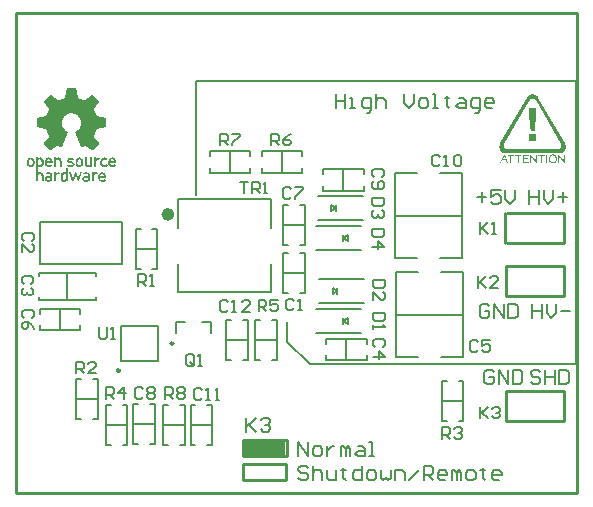
<source format=gto>
G04 Layer_Color=65535*
%FSLAX44Y44*%
%MOMM*%
G71*
G01*
G75*
%ADD26C,0.2540*%
%ADD31C,0.2500*%
%ADD32C,0.6000*%
%ADD33C,0.2000*%
%ADD34C,0.1500*%
%ADD35C,0.1800*%
%ADD36C,0.1600*%
%ADD37R,3.6000X1.2500*%
G36*
X682694Y824016D02*
X683427Y823723D01*
X684013Y823430D01*
X684452Y822844D01*
X684892Y821965D01*
X685038Y820940D01*
Y819475D01*
X680058D01*
Y819329D01*
Y819182D01*
X680351Y818596D01*
X680937Y817864D01*
X681376Y817717D01*
X681962Y817571D01*
X682109D01*
X682548Y817717D01*
X683134Y818010D01*
X683573Y818450D01*
X684745Y817424D01*
X684599Y817278D01*
X684013Y816838D01*
X683134Y816253D01*
X681962Y816106D01*
X681376D01*
X680790Y816399D01*
X680204Y816692D01*
X679618Y817131D01*
X679032Y817864D01*
X678593Y818889D01*
X678446Y820208D01*
Y820354D01*
Y820793D01*
X678593Y821526D01*
X678886Y822258D01*
X679179Y822844D01*
X679765Y823577D01*
X680644Y824016D01*
X681669Y824163D01*
X682255D01*
X682694Y824016D01*
D02*
G37*
G36*
X664824Y816253D02*
X663212D01*
Y816985D01*
X663066Y816838D01*
X662626Y816545D01*
X662040Y816253D01*
X661308Y816106D01*
X660869D01*
X659990Y816399D01*
X659404Y816692D01*
X658964Y817278D01*
X658671Y817864D01*
X658525Y818743D01*
Y824163D01*
X660136D01*
Y819475D01*
Y819182D01*
X660283Y818596D01*
X660869Y818010D01*
X661162Y817864D01*
X661748Y817717D01*
X662040D01*
X662480Y818010D01*
X662919Y818450D01*
X663212Y818889D01*
Y819475D01*
Y824163D01*
X664824D01*
Y816253D01*
D02*
G37*
G36*
X628936Y824016D02*
X629668Y823723D01*
X630254Y823430D01*
X630693Y822844D01*
X631133Y821965D01*
X631279Y820940D01*
Y819475D01*
X626299D01*
Y819329D01*
Y819182D01*
X626592Y818596D01*
X627031Y817864D01*
X627471Y817717D01*
X628057Y817571D01*
X628203D01*
X628789Y817717D01*
X629229Y818010D01*
X629814Y818450D01*
X631133Y817424D01*
X630840Y817278D01*
X630254Y816838D01*
X629375Y816253D01*
X628203Y816106D01*
X627617D01*
X627031Y816399D01*
X626445Y816692D01*
X625859Y817131D01*
X625274Y817864D01*
X624834Y818889D01*
X624688Y820208D01*
Y820354D01*
Y820793D01*
X624834Y821526D01*
X625127Y822258D01*
X625420Y822844D01*
X626006Y823577D01*
X626885Y824016D01*
X627910Y824163D01*
X628496D01*
X628936Y824016D01*
D02*
G37*
G36*
X654863D02*
X655595Y823869D01*
X656328Y823284D01*
X656474Y823137D01*
X656767Y822551D01*
X657060Y821672D01*
X657207Y820208D01*
Y820061D01*
Y819914D01*
X657060Y819036D01*
X656914Y818010D01*
X656328Y817131D01*
X656181Y816985D01*
X655742Y816692D01*
X655009Y816253D01*
X653984Y816106D01*
X653691D01*
X653105Y816253D01*
X652373Y816545D01*
X651494Y817131D01*
X651347Y817278D01*
X651201Y817864D01*
X650908Y818889D01*
X650761Y820208D01*
Y820354D01*
Y820500D01*
X650908Y821379D01*
X651054Y822405D01*
X651494Y823284D01*
X651640Y823430D01*
X652080Y823723D01*
X652959Y824016D01*
X653984Y824163D01*
X654277D01*
X654863Y824016D01*
D02*
G37*
G36*
X621758D02*
X622490Y823869D01*
X623223Y823284D01*
X623369Y823137D01*
X623516Y822551D01*
X623662Y821672D01*
Y820208D01*
Y820061D01*
Y819914D01*
Y819036D01*
X623516Y818010D01*
X623223Y817131D01*
X623076Y816985D01*
X622490Y816692D01*
X621758Y816253D01*
X621026Y816106D01*
X620879D01*
X620440Y816253D01*
X619707Y816545D01*
X618828Y816985D01*
Y810833D01*
X618975Y810979D01*
X619414Y811272D01*
X620000Y811565D01*
X621026Y811712D01*
X621465D01*
X622344Y811419D01*
X622783Y811126D01*
X623223Y810540D01*
X623516Y809954D01*
X623662Y809075D01*
Y803948D01*
X622051D01*
Y808489D01*
Y808635D01*
Y808782D01*
X621904Y809368D01*
X621319Y809954D01*
X621026Y810247D01*
X620147D01*
X619707Y810100D01*
X619121Y809514D01*
X618975Y809075D01*
X618828Y808489D01*
Y803948D01*
X617510D01*
Y824163D01*
X618828D01*
Y823284D01*
X618975Y823430D01*
X619561Y823723D01*
X620147Y824016D01*
X621026Y824163D01*
X621172D01*
X621758Y824016D01*
D02*
G37*
G36*
X637578Y823869D02*
X638018Y823430D01*
X638457Y822991D01*
X638750Y822258D01*
X638896Y821379D01*
Y816253D01*
X637285D01*
Y820940D01*
Y821086D01*
Y821233D01*
X637139Y821819D01*
X636553Y822405D01*
X636260Y822698D01*
X635381D01*
X634941Y822551D01*
X634355Y821965D01*
X634209Y821526D01*
X634062Y820940D01*
Y816253D01*
X632451D01*
Y824163D01*
X634062D01*
Y823284D01*
X634209Y823430D01*
X634648Y823723D01*
X635234Y824016D01*
X636260Y824163D01*
X636699D01*
X637578Y823869D01*
D02*
G37*
G36*
X676249Y824016D02*
X677128Y823577D01*
X678007Y822844D01*
X676835Y821819D01*
X676689Y821965D01*
X676396Y822258D01*
X675956Y822551D01*
X675224Y822698D01*
X674931D01*
X674345Y822405D01*
X673905Y822112D01*
X673613Y821672D01*
X673466Y821086D01*
X673320Y820208D01*
Y820061D01*
Y819768D01*
X673613Y819036D01*
X674199Y818157D01*
X674638Y817864D01*
X675224Y817717D01*
X675370D01*
X675810Y817864D01*
X676249Y818157D01*
X676835Y818596D01*
X678007Y817571D01*
X677860Y817278D01*
X677275Y816838D01*
X676396Y816399D01*
X675224Y816106D01*
X674638D01*
X674052Y816399D01*
X673466Y816692D01*
X672880Y817131D01*
X672294Y817864D01*
X671855Y818889D01*
X671708Y820208D01*
Y820354D01*
Y820793D01*
X671855Y821526D01*
X672148Y822258D01*
X672587Y822844D01*
X673173Y823577D01*
X674052Y824016D01*
X675224Y824163D01*
X675517D01*
X676249Y824016D01*
D02*
G37*
G36*
X647685D02*
X648564Y823723D01*
X649589Y822991D01*
X648711Y821965D01*
X648418Y822112D01*
X647832Y822405D01*
X647099Y822551D01*
X646513Y822698D01*
X646220D01*
X645781Y822551D01*
X645342Y822405D01*
X645049Y821819D01*
Y821672D01*
X645195Y821526D01*
X645488Y821233D01*
X646220Y821086D01*
X647539Y820940D01*
X647978D01*
X648711Y820500D01*
X649589Y819768D01*
X649736Y819329D01*
X649883Y818596D01*
Y818450D01*
Y818157D01*
X649736Y817864D01*
X649443Y817424D01*
X649004Y816838D01*
X648418Y816545D01*
X647685Y816253D01*
X646513Y816106D01*
X646220D01*
X645342Y816253D01*
X644316Y816692D01*
X643144Y817571D01*
X644170Y818596D01*
X644316Y818450D01*
X644902Y818157D01*
X645781Y817717D01*
X646660Y817571D01*
X646953D01*
X647539Y817717D01*
X647978Y818010D01*
X648271Y818303D01*
Y818596D01*
Y818743D01*
X648125Y818889D01*
X647832Y819182D01*
X647246Y819475D01*
X645635D01*
X645488Y819622D01*
X644756Y819914D01*
X644023Y820647D01*
X643877Y821086D01*
X643730Y821819D01*
Y821965D01*
Y822258D01*
X644023Y822991D01*
X644463Y823430D01*
X644902Y823869D01*
X645635Y824016D01*
X646513Y824163D01*
X646806D01*
X647685Y824016D01*
D02*
G37*
G36*
X661308Y811419D02*
X661748Y811126D01*
X662333Y810686D01*
X662626Y810100D01*
X662773Y809221D01*
Y803948D01*
X661308D01*
Y804534D01*
X661162Y804388D01*
X660869Y804094D01*
X660136Y803801D01*
X659257Y803655D01*
X658818D01*
X657939Y803948D01*
X657353Y804241D01*
X656914Y804680D01*
X656621Y805266D01*
X656474Y806145D01*
Y806292D01*
Y806585D01*
X656767Y807317D01*
X657060Y807757D01*
X657646Y808196D01*
X658232Y808343D01*
X659111Y808489D01*
X661308D01*
Y809221D01*
Y809368D01*
X661162Y809807D01*
X660576Y810100D01*
X660283Y810247D01*
X659111D01*
X658525Y810100D01*
X658232Y809807D01*
X657060Y810686D01*
X657207Y810833D01*
X657646Y811272D01*
X658378Y811565D01*
X659697Y811712D01*
X660136D01*
X661308Y811419D01*
D02*
G37*
G36*
X653984Y803948D02*
X652519D01*
X650761Y809368D01*
X649150Y803948D01*
X647832D01*
X645342Y811712D01*
X646953D01*
X648418Y806145D01*
X650322Y811712D01*
X651494D01*
X653252Y806145D01*
X654716Y811712D01*
X656474D01*
X653984Y803948D01*
D02*
G37*
G36*
X674199Y811565D02*
X674931Y811272D01*
X675517Y810979D01*
X675956Y810393D01*
X676396Y809514D01*
X676542Y808489D01*
Y807024D01*
X671562D01*
Y806878D01*
Y806731D01*
X671855Y806145D01*
X672294Y805413D01*
X672734Y805266D01*
X673320Y805120D01*
X673466D01*
X674052Y805266D01*
X674491Y805559D01*
X675077Y805999D01*
X676249Y804973D01*
X676103Y804827D01*
X675517Y804388D01*
X674638Y803801D01*
X673466Y803655D01*
X672880D01*
X672294Y803948D01*
X671708Y804241D01*
X671122Y804680D01*
X670536Y805413D01*
X670097Y806438D01*
X669950Y807757D01*
Y807903D01*
Y808343D01*
X670097Y809075D01*
X670390Y809807D01*
X670683Y810393D01*
X671269Y811126D01*
X672148Y811565D01*
X673173Y811712D01*
X673759D01*
X674199Y811565D01*
D02*
G37*
G36*
X628789D02*
X629521Y811419D01*
X630107Y811126D01*
X630547Y810686D01*
X630986Y810100D01*
X631133Y809221D01*
Y803948D01*
X629521D01*
Y804534D01*
X629375Y804388D01*
X629082Y804094D01*
X628496Y803801D01*
X627617Y803655D01*
X627178D01*
X626152Y803948D01*
X625566Y804241D01*
X625127Y804680D01*
X624834Y805266D01*
X624688Y806145D01*
Y806292D01*
Y806585D01*
X624981Y807317D01*
X625274Y807757D01*
X625859Y808196D01*
X626445Y808343D01*
X627324Y808489D01*
X629521D01*
Y809221D01*
Y809368D01*
X629375Y809807D01*
X628789Y810100D01*
X628496Y810247D01*
X627324D01*
X626738Y810100D01*
X626299Y809807D01*
X625127Y810686D01*
X625274Y810833D01*
X625859Y811272D01*
X626592Y811565D01*
X627764Y811712D01*
X628350D01*
X628789Y811565D01*
D02*
G37*
G36*
X669365Y811419D02*
X669950Y811126D01*
X668632Y809807D01*
Y809954D01*
X668339Y810100D01*
X668046Y810247D01*
X667314D01*
X666874Y810100D01*
X666435Y809514D01*
X666142Y809075D01*
Y808489D01*
Y803948D01*
X664531D01*
Y811712D01*
X666142D01*
Y810833D01*
X666289Y810979D01*
X666728Y811272D01*
X667314Y811565D01*
X668339Y811712D01*
X668779D01*
X669365Y811419D01*
D02*
G37*
G36*
X613848Y824016D02*
X614580Y823869D01*
X615166Y823284D01*
X615313Y823137D01*
X615606Y822551D01*
X615899Y821672D01*
X616045Y820208D01*
Y820061D01*
Y819914D01*
X615899Y819036D01*
X615752Y818010D01*
X615166Y817131D01*
X615020Y816985D01*
X614580Y816692D01*
X613848Y816253D01*
X612823Y816106D01*
X612530D01*
X611944Y816253D01*
X611211Y816545D01*
X610332Y817131D01*
X610186Y817278D01*
X610039Y818010D01*
X609893Y818889D01*
X609747Y820208D01*
Y820354D01*
Y820500D01*
X609893Y821379D01*
X610039Y822258D01*
X610332Y823284D01*
X610479Y823430D01*
X610918Y823723D01*
X611797Y824016D01*
X612823Y824163D01*
X613116D01*
X613848Y824016D01*
D02*
G37*
G36*
X637578Y811419D02*
X638164Y811126D01*
X636992Y809807D01*
X636846Y809954D01*
X636699Y810100D01*
X636260Y810247D01*
X635674D01*
X635234Y810100D01*
X634648Y809514D01*
X634502Y809075D01*
Y808489D01*
Y803948D01*
X632891D01*
Y811712D01*
X634502D01*
Y810833D01*
X634648Y810979D01*
X634941Y811272D01*
X635527Y811565D01*
X636406Y811712D01*
X636992D01*
X637578Y811419D01*
D02*
G37*
G36*
X644463Y803948D02*
X642851D01*
Y804534D01*
X642705Y804388D01*
X642265Y804094D01*
X641680Y803801D01*
X640801Y803655D01*
X640654D01*
X640068Y803801D01*
X639336Y804094D01*
X638750Y804827D01*
X638603Y804973D01*
X638457Y805413D01*
X638310Y805706D01*
Y806292D01*
X638164Y806878D01*
Y807757D01*
Y807903D01*
Y808196D01*
X638310Y809075D01*
X638457Y810100D01*
X638603Y810540D01*
X638750Y810833D01*
X638896Y810979D01*
X639189Y811272D01*
X639922Y811565D01*
X640801Y811712D01*
X640947D01*
X641533Y811565D01*
X642119Y811419D01*
X642851Y810833D01*
Y814934D01*
X644463D01*
Y803948D01*
D02*
G37*
G36*
X671269Y823869D02*
X671855Y823577D01*
X670683Y822112D01*
X670536Y822258D01*
X670390Y822405D01*
X670097Y822551D01*
X669804Y822698D01*
X669511D01*
X669072Y822551D01*
X668486Y821965D01*
X668339Y821526D01*
X668193Y820940D01*
Y816253D01*
X666581D01*
Y824163D01*
X668193D01*
Y823284D01*
X668339Y823430D01*
X668632Y823723D01*
X669365Y824016D01*
X670244Y824163D01*
X670683D01*
X671269Y823869D01*
D02*
G37*
G36*
X1050108Y819558D02*
X1049171D01*
Y826665D01*
X1050108D01*
Y819558D01*
D02*
G37*
G36*
X1048078Y825806D02*
X1045734D01*
Y819558D01*
X1044719D01*
Y825806D01*
X1042376D01*
Y826665D01*
X1048078D01*
Y825806D01*
D02*
G37*
G36*
X1034331D02*
X1030114D01*
Y823619D01*
X1034097D01*
Y822838D01*
X1030114D01*
Y820417D01*
X1034487D01*
Y819558D01*
X1029176D01*
Y826665D01*
X1034331D01*
Y825806D01*
D02*
G37*
G36*
X1038549Y877668D02*
X1039096Y877590D01*
X1039642Y877355D01*
X1040345Y877121D01*
X1040970Y876730D01*
X1041595Y876262D01*
X1041673Y876184D01*
X1041829Y876028D01*
X1041985Y875871D01*
X1042142Y875637D01*
X1042220Y875559D01*
X1042298Y875403D01*
X1042688Y874934D01*
X1065026Y836194D01*
X1065105Y836116D01*
X1065183Y835882D01*
X1065339Y835491D01*
X1065495Y834944D01*
X1065651Y834398D01*
X1065729Y833695D01*
Y832914D01*
X1065651Y832055D01*
Y831976D01*
X1065573Y831820D01*
X1065495Y831586D01*
X1065417Y831273D01*
Y831195D01*
X1065339Y831039D01*
X1065261Y830805D01*
X1065105Y830492D01*
X1065026D01*
X1064948Y830414D01*
X1064792Y830180D01*
X1064558Y829867D01*
X1064245Y829399D01*
X1063777Y829008D01*
X1063230Y828540D01*
X1062605Y828149D01*
X1061824Y827837D01*
X1061746D01*
X1061512Y827759D01*
X1061277Y827681D01*
X1060809D01*
X1060574Y827602D01*
X1015039D01*
X1014649Y827681D01*
X1014102Y827759D01*
X1013477Y827915D01*
X1012774Y828227D01*
X1012149Y828540D01*
X1011446Y829087D01*
X1011368Y829165D01*
X1011290Y829321D01*
X1010900Y829711D01*
X1010822Y829789D01*
X1010743Y829946D01*
X1010431Y830414D01*
Y830492D01*
X1010353Y830571D01*
X1010275Y830805D01*
X1010119Y831195D01*
X1009962Y831664D01*
X1009806Y832289D01*
X1009650Y832914D01*
Y833695D01*
X1009728Y834476D01*
Y834554D01*
X1009806Y834788D01*
X1009884Y835101D01*
X1009962Y835257D01*
Y835335D01*
X1010041Y835491D01*
X1010197Y835725D01*
X1010353Y836038D01*
Y836116D01*
X1010431D01*
X1032769Y874856D01*
Y874934D01*
X1032847Y875012D01*
X1033238Y875481D01*
X1033706Y876106D01*
X1034409Y876730D01*
X1034566Y876809D01*
X1034878Y876965D01*
X1034956D01*
X1035112Y877121D01*
X1035347Y877199D01*
X1035737Y877355D01*
X1036674Y877590D01*
X1037768Y877746D01*
X1038158D01*
X1038549Y877668D01*
D02*
G37*
G36*
X1065026Y819558D02*
X1064089D01*
X1060340Y825181D01*
Y819558D01*
X1059481D01*
Y826665D01*
X1060418D01*
X1064167Y821120D01*
Y826665D01*
X1065026D01*
Y819558D01*
D02*
G37*
G36*
X1041361D02*
X1040423D01*
X1036674Y825181D01*
Y819558D01*
X1035815D01*
Y826665D01*
X1036752D01*
X1040501Y821120D01*
Y826665D01*
X1041361D01*
Y819558D01*
D02*
G37*
G36*
X1028239Y825806D02*
X1025896D01*
Y819558D01*
X1024959D01*
Y825806D01*
X1022615D01*
Y826665D01*
X1028239D01*
Y825806D01*
D02*
G37*
G36*
X1017070Y819558D02*
X1015976D01*
X1015117Y821745D01*
X1012149D01*
X1011368Y819558D01*
X1010431D01*
X1013165Y826665D01*
X1014180D01*
X1017070Y819558D01*
D02*
G37*
G36*
X1022147Y825806D02*
X1019804D01*
Y819558D01*
X1018866D01*
Y825806D01*
X1016523D01*
Y826665D01*
X1022147D01*
Y825806D01*
D02*
G37*
G36*
X651347Y882755D02*
Y882609D01*
X652812Y875138D01*
Y874992D01*
X652959Y874845D01*
X653105Y874699D01*
X658085Y872648D01*
X658525D01*
X664824Y877042D01*
X664970D01*
X665263Y876896D01*
X670683Y871769D01*
Y871623D01*
Y871476D01*
Y871330D01*
Y871183D01*
X666289Y865031D01*
Y864738D01*
Y864592D01*
Y864445D01*
X668632Y859318D01*
Y859172D01*
X668779Y859025D01*
X669072D01*
X676103Y857707D01*
X676396D01*
X676542Y857560D01*
Y857414D01*
Y849943D01*
Y849797D01*
X676396Y849650D01*
X676103D01*
X669218Y848186D01*
X669072D01*
X668925Y848039D01*
X668779Y847893D01*
X666581Y842326D01*
Y842180D01*
Y842033D01*
Y841887D01*
Y841740D01*
X670683Y836028D01*
Y835735D01*
Y835588D01*
X665263Y830315D01*
X665117Y830168D01*
X664970D01*
X664824Y830315D01*
X659111Y834123D01*
X658525D01*
X656181Y832805D01*
X655888D01*
X655742Y832951D01*
X650468Y845549D01*
Y845695D01*
X650615Y846135D01*
X651347Y846428D01*
X651494Y846574D01*
X651640Y846721D01*
X651787Y846867D01*
X652226Y847160D01*
X652812Y847746D01*
X653544Y848478D01*
X654277Y849357D01*
X654863Y850529D01*
X655302Y851848D01*
X655449Y853459D01*
Y853605D01*
Y854045D01*
X655302Y854631D01*
X655156Y855510D01*
X654863Y856388D01*
X654423Y857414D01*
X653838Y858439D01*
X653105Y859318D01*
X652959Y859465D01*
X652666Y859758D01*
X652226Y860051D01*
X651494Y860637D01*
X650615Y861076D01*
X649589Y861369D01*
X648564Y861662D01*
X647246Y861808D01*
X646660D01*
X646074Y861662D01*
X645195Y861515D01*
X644316Y861222D01*
X643291Y860783D01*
X642412Y860197D01*
X641387Y859318D01*
X641240Y859172D01*
X641094Y858879D01*
X640654Y858439D01*
X640215Y857707D01*
X639775Y856828D01*
X639482Y855803D01*
X639189Y854777D01*
X639043Y853459D01*
Y853312D01*
Y852727D01*
X639189Y851994D01*
X639482Y850969D01*
X639922Y849943D01*
X640654Y848772D01*
X641533Y847746D01*
X642851Y846721D01*
Y846574D01*
X642998Y846428D01*
X643144D01*
X643877Y846135D01*
X644023Y845988D01*
Y845549D01*
X638896Y832951D01*
X638750D01*
X638310Y832805D01*
X635820Y834123D01*
X635381D01*
X629668Y830315D01*
X629521Y830168D01*
X629375D01*
X629229Y830315D01*
X623809Y835588D01*
Y835735D01*
Y835881D01*
Y836028D01*
X627910Y841740D01*
Y841887D01*
Y842033D01*
Y842180D01*
Y842326D01*
X625566Y847893D01*
Y848039D01*
X625274Y848186D01*
X618389Y849650D01*
X618242D01*
X618096Y849797D01*
X617949Y849943D01*
Y857414D01*
Y857560D01*
X618096Y857707D01*
X618389D01*
X625420Y859025D01*
X625566D01*
X626006Y859318D01*
X628057Y864445D01*
Y864592D01*
Y864738D01*
Y864884D01*
Y865031D01*
X623809Y871183D01*
Y871330D01*
Y871476D01*
Y871623D01*
Y871769D01*
X629229Y876896D01*
X629375Y877042D01*
X629668D01*
X635820Y872648D01*
X636406D01*
X641387Y874699D01*
X641533D01*
X641680Y874845D01*
Y875138D01*
X643144Y882609D01*
Y882755D01*
X643291Y882902D01*
X651201D01*
X651347Y882755D01*
D02*
G37*
G36*
X1055498Y826743D02*
X1056044Y826665D01*
X1056669Y826353D01*
X1056825Y826275D01*
X1057138Y826040D01*
X1057528Y825572D01*
X1057841Y825025D01*
X1057919Y824869D01*
X1058075Y824478D01*
X1058153Y823853D01*
X1058231Y823072D01*
Y822994D01*
Y822916D01*
X1058153Y822448D01*
X1058075Y821823D01*
X1057841Y821198D01*
X1057763Y821042D01*
X1057528Y820729D01*
X1057138Y820261D01*
X1056591Y819870D01*
X1056435Y819792D01*
X1056123Y819714D01*
X1055576Y819558D01*
X1054873Y819480D01*
X1054717D01*
X1054248Y819558D01*
X1053701Y819714D01*
X1053076Y819948D01*
X1052920Y820026D01*
X1052608Y820261D01*
X1052217Y820729D01*
X1051905Y821276D01*
X1051827Y821432D01*
X1051671Y821823D01*
X1051514Y822369D01*
X1051436Y823072D01*
Y823150D01*
Y823385D01*
X1051514Y823697D01*
X1051592Y824088D01*
X1051905Y824947D01*
X1052139Y825415D01*
X1052451Y825806D01*
X1052530Y825884D01*
X1052608Y825962D01*
X1052842Y826118D01*
X1053076Y826353D01*
X1053857Y826665D01*
X1054326Y826743D01*
X1054873Y826821D01*
X1055029D01*
X1055498Y826743D01*
D02*
G37*
%LPC*%
G36*
X682109Y822698D02*
X681376D01*
X680937Y822551D01*
X680351Y821965D01*
X680204Y821526D01*
X680058Y820940D01*
X683427D01*
Y821086D01*
Y821233D01*
X683134Y821819D01*
X682548Y822405D01*
X682109Y822698D01*
D02*
G37*
G36*
X628350D02*
X627617D01*
X627178Y822551D01*
X626592Y821965D01*
X626445Y821526D01*
X626299Y820940D01*
X629668D01*
Y821086D01*
Y821233D01*
X629375Y821819D01*
X628789Y822405D01*
X628350Y822698D01*
D02*
G37*
G36*
X653984D02*
X653838D01*
X653544Y822551D01*
X653105Y822405D01*
X652812Y821965D01*
X652666Y821672D01*
X652519Y821086D01*
X652373Y820208D01*
Y819914D01*
Y819475D01*
X652519Y818743D01*
X652812Y818303D01*
Y818157D01*
X652959Y818010D01*
X653398Y817864D01*
X653984Y817717D01*
X654130D01*
X654423Y817864D01*
X654863Y818010D01*
X655156Y818303D01*
X655302Y818450D01*
X655449Y818743D01*
X655595Y819329D01*
Y820208D01*
Y820500D01*
Y820940D01*
X655449Y821526D01*
X655156Y821965D01*
Y822112D01*
X654863Y822405D01*
X654570Y822551D01*
X653984Y822698D01*
D02*
G37*
G36*
X620440D02*
X620147D01*
X619707Y822405D01*
X619414Y822112D01*
X619121Y821672D01*
X618975Y821086D01*
X618828Y820208D01*
Y820061D01*
Y819768D01*
X618975Y819036D01*
X619561Y818157D01*
X619854Y817864D01*
X620440Y817717D01*
X620733D01*
X621319Y818010D01*
X621612Y818303D01*
X621758Y818743D01*
X622051Y819329D01*
Y820208D01*
Y820354D01*
Y820647D01*
X621904Y821526D01*
X621319Y822258D01*
X621026Y822551D01*
X620440Y822698D01*
D02*
G37*
G36*
X661308Y807024D02*
X659257D01*
X658818Y806878D01*
X658232Y806731D01*
X658085Y806145D01*
Y805999D01*
X658232Y805706D01*
X658671Y805266D01*
X659404Y805120D01*
X659697D01*
X660429Y805266D01*
X661015Y805706D01*
X661162Y806145D01*
X661308Y806585D01*
Y807024D01*
D02*
G37*
G36*
X673613Y810247D02*
X672880D01*
X672441Y810100D01*
X671855Y809514D01*
X671708Y809075D01*
X671562Y808489D01*
X674931D01*
Y808635D01*
Y808782D01*
X674638Y809368D01*
X674052Y809954D01*
X673613Y810247D01*
D02*
G37*
G36*
X629521Y807024D02*
X627471D01*
X627031Y806878D01*
X626445Y806731D01*
X626299Y806145D01*
Y805999D01*
X626445Y805706D01*
X626885Y805266D01*
X627764Y805120D01*
X628057D01*
X628643Y805266D01*
X629229Y805706D01*
X629521Y806145D01*
Y806585D01*
Y807024D01*
D02*
G37*
G36*
X612823Y822698D02*
X612676D01*
X612383Y822551D01*
X611944Y822405D01*
X611651Y821965D01*
X611504Y821819D01*
X611358Y821526D01*
X611211Y820940D01*
X611065Y820208D01*
Y820061D01*
X611211Y819475D01*
X611358Y818889D01*
X611651Y818303D01*
Y818157D01*
X611797Y818010D01*
X612237Y817864D01*
X612823Y817717D01*
X612969D01*
X613409Y817864D01*
X613848Y818010D01*
X614141Y818303D01*
Y818450D01*
X614287Y818743D01*
X614434Y819329D01*
Y820208D01*
Y820500D01*
Y820940D01*
X614287Y821526D01*
X614141Y821965D01*
X613994Y822112D01*
X613848Y822405D01*
X613409Y822551D01*
X612823Y822698D01*
D02*
G37*
G36*
X641387Y810247D02*
X641094D01*
X640654Y809954D01*
X640361Y809661D01*
X640068Y809221D01*
X639922Y808635D01*
X639775Y807757D01*
Y807610D01*
Y807317D01*
X639922Y806585D01*
X640508Y805706D01*
X640801Y805413D01*
X641387Y805266D01*
X641680D01*
X642119Y805559D01*
X642412Y805852D01*
X642558Y806292D01*
X642851Y806878D01*
Y807757D01*
Y807903D01*
Y808196D01*
X642705Y809075D01*
X642265Y809807D01*
X641826Y810100D01*
X641387Y810247D01*
D02*
G37*
G36*
X1037768Y873997D02*
X1037612D01*
X1037221Y873919D01*
X1036752Y873841D01*
X1036206Y873528D01*
X1036128Y873450D01*
X1036049D01*
X1035971Y873372D01*
X1035893Y873294D01*
X1035659Y873138D01*
X1035347Y872747D01*
X1035034Y872357D01*
X1013790Y835569D01*
Y835491D01*
X1013711Y835413D01*
X1013555Y835101D01*
Y835023D01*
X1013477Y834710D01*
Y834632D01*
Y834476D01*
X1013399Y834320D01*
Y834007D01*
X1013477Y833304D01*
X1013790Y832523D01*
X1013868Y832445D01*
X1014102Y832133D01*
X1014180Y832055D01*
X1014414Y831820D01*
X1014492D01*
X1014571Y831664D01*
X1015039Y831430D01*
X1015664Y831117D01*
X1016055Y831039D01*
X1016523Y830961D01*
X1059012D01*
Y831039D01*
X1059559D01*
X1059715Y831117D01*
X1059950D01*
X1060106Y831195D01*
X1060574Y831430D01*
X1061121Y831820D01*
X1061668Y832523D01*
X1061746Y832679D01*
X1061902Y832992D01*
X1061980Y833460D01*
X1062058Y834085D01*
Y834163D01*
Y834320D01*
Y834398D01*
Y834476D01*
X1061980Y834788D01*
X1061902Y835179D01*
X1061668Y835647D01*
X1040423Y872435D01*
X1040345D01*
X1040267Y872513D01*
X1040111Y872825D01*
Y872903D01*
X1040033Y872981D01*
X1039799Y873138D01*
X1039642Y873294D01*
X1039252Y873528D01*
X1038549Y873763D01*
X1037768Y873919D01*
Y873997D01*
D02*
G37*
%LPD*%
G36*
X1040736Y866343D02*
Y866108D01*
Y865796D01*
Y865327D01*
Y864781D01*
Y864156D01*
Y862828D01*
Y862750D01*
Y862515D01*
Y862203D01*
Y861734D01*
Y861188D01*
Y860563D01*
Y859235D01*
Y859157D01*
X1040658Y858923D01*
Y858766D01*
X1040580Y858454D01*
Y858063D01*
X1040501Y857595D01*
Y857517D01*
Y857282D01*
X1040423Y856814D01*
X1040345Y856111D01*
X1040267Y855642D01*
X1040189Y855095D01*
X1040111Y854471D01*
X1040033Y853690D01*
X1039955Y852908D01*
X1039799Y851971D01*
X1039720Y850956D01*
X1039564Y849784D01*
Y849706D01*
Y849472D01*
Y849238D01*
X1039486Y848925D01*
Y848456D01*
X1039408Y847988D01*
Y847910D01*
Y847754D01*
X1039330Y847285D01*
X1039174Y846738D01*
X1039096Y846504D01*
X1039017Y846426D01*
X1038002D01*
X1037143Y846348D01*
X1036284D01*
Y846504D01*
X1036206Y846738D01*
Y847129D01*
X1036128Y847754D01*
X1036049Y848144D01*
X1035971Y848613D01*
X1035893Y849159D01*
X1035815Y849862D01*
X1035737Y850565D01*
X1035659Y851424D01*
Y851503D01*
Y851659D01*
X1035581Y851893D01*
Y852206D01*
X1035503Y852987D01*
X1035347Y853846D01*
X1035268Y854783D01*
X1035190Y855564D01*
X1035112Y855876D01*
Y856189D01*
X1035034Y856345D01*
Y856423D01*
Y856501D01*
Y856579D01*
X1034956Y856970D01*
Y857361D01*
X1034878Y857751D01*
Y857829D01*
Y858063D01*
Y858454D01*
X1034800Y859001D01*
Y859079D01*
Y859313D01*
Y859704D01*
Y860172D01*
Y860719D01*
Y861344D01*
X1034722Y862750D01*
Y862828D01*
Y863062D01*
Y863453D01*
Y863921D01*
Y864468D01*
Y865093D01*
Y866421D01*
X1040736D01*
Y866343D01*
D02*
G37*
G36*
X1040345Y843926D02*
Y843770D01*
Y843458D01*
Y843145D01*
Y842208D01*
Y841193D01*
Y841115D01*
Y840958D01*
Y840724D01*
Y840334D01*
Y839553D01*
Y838537D01*
X1034722D01*
Y838615D01*
Y838772D01*
Y839006D01*
Y839396D01*
Y840256D01*
Y841193D01*
Y841271D01*
Y841427D01*
Y841740D01*
Y842052D01*
Y842989D01*
Y844005D01*
X1040345D01*
Y843926D01*
D02*
G37*
%LPC*%
G36*
X1013633Y825884D02*
Y825806D01*
X1013555Y825494D01*
X1013399Y825025D01*
X1013243Y824556D01*
X1012462Y822526D01*
X1014883D01*
X1014102Y824478D01*
X1014024Y824634D01*
X1013946Y824947D01*
X1013790Y825415D01*
X1013633Y825884D01*
D02*
G37*
G36*
X1054873Y825962D02*
X1054717D01*
X1054248Y825884D01*
X1053701Y825728D01*
X1053155Y825337D01*
X1053076Y825181D01*
X1052842Y824791D01*
X1052686Y824478D01*
X1052530Y824088D01*
X1052451Y823541D01*
Y822994D01*
Y822916D01*
Y822760D01*
X1052530Y822291D01*
X1052764Y821588D01*
X1053155Y820964D01*
X1053311Y820885D01*
X1053623Y820651D01*
X1054170Y820339D01*
X1054873Y820261D01*
X1055029D01*
X1055498Y820339D01*
X1056044Y820573D01*
X1056591Y820964D01*
X1056669Y821120D01*
X1056982Y821510D01*
X1057216Y822213D01*
X1057294Y823072D01*
Y823150D01*
Y823229D01*
Y823619D01*
X1057138Y824088D01*
X1056982Y824634D01*
X1056904Y824713D01*
X1056825Y825025D01*
X1056513Y825337D01*
X1056123Y825650D01*
X1056044Y825728D01*
X1055732Y825806D01*
X1055341Y825884D01*
X1054873Y825962D01*
D02*
G37*
%LPD*%
D26*
X1064180Y752050D02*
Y777450D01*
X1014650Y752050D02*
Y777450D01*
X1015920Y752050D02*
X1064180D01*
X1015920Y777450D02*
X1064180D01*
X1064580Y601010D02*
Y626410D01*
X1015050Y601010D02*
Y626410D01*
X1016320Y601010D02*
X1064580D01*
X1016320Y626410D02*
X1064580D01*
X1064430Y707300D02*
Y732700D01*
X1014900Y707300D02*
Y732700D01*
X1016170Y707300D02*
X1064430D01*
X1016170Y732700D02*
X1064430D01*
X792360Y571010D02*
Y584760D01*
Y571010D02*
X829110D01*
X792360Y584760D02*
X829360D01*
Y571010D02*
Y584760D01*
X829110Y571010D02*
X829360D01*
X828860Y550760D02*
X829110D01*
Y564510D01*
X792110D02*
X829110D01*
X792110Y550760D02*
X828860D01*
X792110D02*
Y564510D01*
X600000Y539750D02*
X1075690D01*
Y946150D01*
X600000D02*
X1075690D01*
X600000Y539750D02*
Y946150D01*
D31*
X733570Y666680D02*
G03*
X733570Y666680I-1250J0D01*
G01*
X688320Y643890D02*
G03*
X688320Y643890I-1250J0D01*
G01*
D32*
X731520Y775970D02*
G03*
X731520Y775970I-2540J0D01*
G01*
D33*
X757820Y685180D02*
X765570D01*
Y675180D02*
Y685180D01*
X735570D02*
X743320D01*
X735570Y675180D02*
Y685180D01*
X854710Y675640D02*
X892810D01*
X854710Y695960D02*
X892810D01*
X877570Y685800D02*
X881380Y683260D01*
Y688340D01*
X877570Y685800D02*
X881380Y688340D01*
X877570Y683260D02*
Y688340D01*
X689500Y651750D02*
Y681750D01*
Y651750D02*
X720500D01*
Y681750D01*
X689500D02*
X720500D01*
X620570Y734090D02*
Y769590D01*
X690070D01*
X620570Y734090D02*
X690070D01*
Y769590D01*
X959960Y726880D02*
X978960D01*
Y654880D02*
Y726880D01*
X959960Y654880D02*
X978960D01*
X921960D02*
X940960D01*
X921960D02*
Y726880D01*
X940960D01*
X921960Y690880D02*
X978960D01*
X854710Y745490D02*
X892810D01*
X854710Y765810D02*
X892810D01*
X877570Y755650D02*
X881380Y753110D01*
Y758190D01*
X877570Y755650D02*
X881380Y758190D01*
X877570Y753110D02*
Y758190D01*
X855980Y791210D02*
X894080D01*
X855980Y770890D02*
X894080D01*
X867410Y783590D02*
X871220Y781050D01*
X867410Y778510D02*
Y783590D01*
Y778510D02*
X871220Y781050D01*
Y778510D02*
Y783590D01*
X857250Y721360D02*
X895350D01*
X857250Y701040D02*
X895350D01*
X868680Y713740D02*
X872490Y711200D01*
X868680Y708660D02*
Y713740D01*
Y708660D02*
X872490Y711200D01*
Y708660D02*
Y713740D01*
X920960Y738700D02*
X939960D01*
X920960D02*
Y810700D01*
X939960D01*
X958960D02*
X977960D01*
Y738700D02*
Y810700D01*
X958960Y738700D02*
X977960D01*
X920960Y774700D02*
X977960D01*
D34*
X701750Y746750D02*
X719750D01*
X715750Y763750D02*
X719750D01*
Y729750D02*
Y763750D01*
X715750Y729750D02*
X719750D01*
X701750Y763750D02*
X705750D01*
X701750Y729750D02*
Y763750D01*
Y729750D02*
X705750D01*
X816610Y709930D02*
Y734060D01*
X737870Y709930D02*
X816610D01*
X737870D02*
Y734060D01*
Y764540D02*
Y788670D01*
X816610Y764540D02*
Y788670D01*
X737870D02*
X816610D01*
X620140Y703760D02*
Y706260D01*
Y703760D02*
X667640D01*
Y706260D01*
Y723760D02*
Y726260D01*
X620140D02*
X667640D01*
X620140Y723760D02*
Y726260D01*
X643890Y703760D02*
Y726260D01*
X826660Y726440D02*
X844660D01*
X840660Y709440D02*
X844660D01*
Y743440D01*
X840660D02*
X844660D01*
X826660D02*
X830660D01*
X826660Y709440D02*
Y743440D01*
Y709440D02*
X830660D01*
X725060Y598030D02*
X743060D01*
X739060Y615030D02*
X743060D01*
Y581030D02*
Y615030D01*
X739060Y581030D02*
X743060D01*
X725060Y615030D02*
X729060D01*
X725060Y581030D02*
Y615030D01*
Y581030D02*
X729060D01*
X781190Y811420D02*
Y829420D01*
X798190Y811420D02*
Y815420D01*
X764190Y811420D02*
X798190D01*
X764190D02*
Y815420D01*
X798190Y825420D02*
Y829420D01*
X764190D02*
X798190D01*
X764190Y825420D02*
Y829420D01*
X825500Y811420D02*
Y829420D01*
X842500Y811420D02*
Y815420D01*
X808500Y811420D02*
X842500D01*
X808500D02*
Y815420D01*
X842500Y825420D02*
Y829420D01*
X808500D02*
X842500D01*
X808500Y825420D02*
Y829420D01*
X803000Y669750D02*
X821000D01*
X817000Y686750D02*
X821000D01*
Y652750D02*
Y686750D01*
X817000Y652750D02*
X821000D01*
X803000Y686750D02*
X807000D01*
X803000Y652750D02*
Y686750D01*
Y652750D02*
X807000D01*
X676500Y598000D02*
X694500D01*
X676500Y581000D02*
X680500D01*
X676500D02*
Y615000D01*
X680500D01*
X690500Y581000D02*
X694500D01*
Y615000D01*
X690500D02*
X694500D01*
X961000Y617750D02*
X979000D01*
X975000Y634750D02*
X979000D01*
Y600750D02*
Y634750D01*
X975000Y600750D02*
X979000D01*
X961000Y634750D02*
X965000D01*
X961000Y600750D02*
Y634750D01*
Y600750D02*
X965000D01*
X651400Y619760D02*
X669400D01*
X651400Y602760D02*
X655400D01*
X651400D02*
Y636760D01*
X655400D01*
X665400Y602760D02*
X669400D01*
Y636760D01*
X665400D02*
X669400D01*
X778400Y669670D02*
X796400D01*
X778400Y686670D02*
X782400D01*
X778400Y652670D02*
Y686670D01*
Y652670D02*
X782400D01*
X792400D02*
X796400D01*
Y686670D01*
X792400D02*
X796400D01*
X748250Y598000D02*
X766250D01*
X748250Y615000D02*
X752250D01*
X748250Y581000D02*
Y615000D01*
Y581000D02*
X752250D01*
X762250D02*
X766250D01*
Y615000D01*
X762250D02*
X766250D01*
X877570Y796180D02*
Y814180D01*
X894570Y810180D02*
Y814180D01*
X860570D02*
X894570D01*
X860570Y810180D02*
Y814180D01*
Y796180D02*
Y800180D01*
Y796180D02*
X894570D01*
Y800180D01*
X699660Y598170D02*
X717660D01*
X699660Y615170D02*
X703660D01*
X699660Y581170D02*
Y615170D01*
Y581170D02*
X703660D01*
X713660D02*
X717660D01*
Y615170D01*
X713660D02*
X717660D01*
X826660Y767080D02*
X844660D01*
X826660Y784080D02*
X830660D01*
X826660Y750080D02*
Y784080D01*
Y750080D02*
X830660D01*
X840660D02*
X844660D01*
Y784080D01*
X840660D02*
X844660D01*
X637540Y678070D02*
Y696070D01*
X620540Y678070D02*
Y682070D01*
Y678070D02*
X654540D01*
Y682070D01*
Y692070D02*
Y696070D01*
X620540D02*
X654540D01*
X620540Y692070D02*
Y696070D01*
X880110Y652670D02*
Y670670D01*
X897110Y666670D02*
Y670670D01*
X863110D02*
X897110D01*
X863110Y666670D02*
Y670670D01*
Y652670D02*
Y656670D01*
Y652670D02*
X897110D01*
Y656670D01*
D35*
X752750Y792500D02*
Y889000D01*
X830000Y668000D02*
X849030Y648970D01*
X830000Y668000D02*
Y684500D01*
X752750Y889000D02*
X1074420D01*
Y648970D02*
Y889000D01*
X849030Y648970D02*
X1074420D01*
X990600Y790858D02*
X998597D01*
X994599Y794857D02*
Y786859D01*
X1010593Y796856D02*
X1002596D01*
Y790858D01*
X1006595Y792857D01*
X1008594D01*
X1010593Y790858D01*
Y786859D01*
X1008594Y784860D01*
X1004595D01*
X1002596Y786859D01*
X1014592Y796856D02*
Y788859D01*
X1018591Y784860D01*
X1022590Y788859D01*
Y796856D01*
X1035050D02*
Y784860D01*
Y790858D01*
X1043047D01*
Y796856D01*
Y784860D01*
X1047046Y796856D02*
Y788859D01*
X1051045Y784860D01*
X1055043Y788859D01*
Y796856D01*
X1059042Y790858D02*
X1067040D01*
X1063041Y794857D02*
Y786859D01*
X1037590Y700336D02*
Y688340D01*
Y694338D01*
X1045587D01*
Y700336D01*
Y688340D01*
X1049586Y700336D02*
Y692339D01*
X1053585Y688340D01*
X1057583Y692339D01*
Y700336D01*
X1061582Y694338D02*
X1069580D01*
X1001137Y698337D02*
X999138Y700336D01*
X995139D01*
X993140Y698337D01*
Y690339D01*
X995139Y688340D01*
X999138D01*
X1001137Y690339D01*
Y694338D01*
X997139D01*
X1005136Y688340D02*
Y700336D01*
X1013133Y688340D01*
Y700336D01*
X1017132D02*
Y688340D01*
X1023130D01*
X1025130Y690339D01*
Y698337D01*
X1023130Y700336D01*
X1017132D01*
X1004947Y642457D02*
X1002948Y644456D01*
X998949D01*
X996950Y642457D01*
Y634459D01*
X998949Y632460D01*
X1002948D01*
X1004947Y634459D01*
Y638458D01*
X1000949D01*
X1008946Y632460D02*
Y644456D01*
X1016944Y632460D01*
Y644456D01*
X1020942D02*
Y632460D01*
X1026940D01*
X1028940Y634459D01*
Y642457D01*
X1026940Y644456D01*
X1020942D01*
X1044317Y642457D02*
X1042318Y644456D01*
X1038319D01*
X1036320Y642457D01*
Y640457D01*
X1038319Y638458D01*
X1042318D01*
X1044317Y636459D01*
Y634459D01*
X1042318Y632460D01*
X1038319D01*
X1036320Y634459D01*
X1048316Y644456D02*
Y632460D01*
Y638458D01*
X1056313D01*
Y644456D01*
Y632460D01*
X1060312Y644456D02*
Y632460D01*
X1066310D01*
X1068310Y634459D01*
Y642457D01*
X1066310Y644456D01*
X1060312D01*
X871220Y878136D02*
Y866140D01*
Y872138D01*
X879217D01*
Y878136D01*
Y866140D01*
X883216D02*
X887215D01*
X885216D01*
Y874137D01*
X883216D01*
X897212Y862141D02*
X899211D01*
X901210Y864141D01*
Y874137D01*
X895212D01*
X893213Y872138D01*
Y868139D01*
X895212Y866140D01*
X901210D01*
X905209Y878136D02*
Y866140D01*
Y872138D01*
X907208Y874137D01*
X911207D01*
X913206Y872138D01*
Y866140D01*
X929201Y878136D02*
Y870139D01*
X933200Y866140D01*
X937199Y870139D01*
Y878136D01*
X943197Y866140D02*
X947195D01*
X949195Y868139D01*
Y872138D01*
X947195Y874137D01*
X943197D01*
X941197Y872138D01*
Y868139D01*
X943197Y866140D01*
X953194D02*
X957192D01*
X955193D01*
Y878136D01*
X953194D01*
X965190Y876137D02*
Y874137D01*
X963190D01*
X967189D01*
X965190D01*
Y868139D01*
X967189Y866140D01*
X975186Y874137D02*
X979185D01*
X981184Y872138D01*
Y866140D01*
X975186D01*
X973187Y868139D01*
X975186Y870139D01*
X981184D01*
X989182Y862141D02*
X991181D01*
X993181Y864141D01*
Y874137D01*
X987182D01*
X985183Y872138D01*
Y868139D01*
X987182Y866140D01*
X993181D01*
X1003177D02*
X999179D01*
X997179Y868139D01*
Y872138D01*
X999179Y874137D01*
X1003177D01*
X1005177Y872138D01*
Y870139D01*
X997179D01*
X795360Y604006D02*
Y592010D01*
Y596009D01*
X803357Y604006D01*
X797359Y598008D01*
X803357Y592010D01*
X807356Y602007D02*
X809355Y604006D01*
X813354D01*
X815353Y602007D01*
Y600007D01*
X813354Y598008D01*
X811355D01*
X813354D01*
X815353Y596009D01*
Y594009D01*
X813354Y592010D01*
X809355D01*
X807356Y594009D01*
X839470Y571500D02*
Y583496D01*
X847467Y571500D01*
Y583496D01*
X853465Y571500D02*
X857464D01*
X859464Y573499D01*
Y577498D01*
X857464Y579497D01*
X853465D01*
X851466Y577498D01*
Y573499D01*
X853465Y571500D01*
X863462Y579497D02*
Y571500D01*
Y575499D01*
X865462Y577498D01*
X867461Y579497D01*
X869460D01*
X875458Y571500D02*
Y579497D01*
X877458D01*
X879457Y577498D01*
Y571500D01*
Y577498D01*
X881456Y579497D01*
X883456Y577498D01*
Y571500D01*
X889454Y579497D02*
X893453D01*
X895452Y577498D01*
Y571500D01*
X889454D01*
X887455Y573499D01*
X889454Y575499D01*
X895452D01*
X899451Y571500D02*
X903449D01*
X901450D01*
Y583496D01*
X899451D01*
X847467Y561177D02*
X845468Y563176D01*
X841469D01*
X839470Y561177D01*
Y559177D01*
X841469Y557178D01*
X845468D01*
X847467Y555179D01*
Y553179D01*
X845468Y551180D01*
X841469D01*
X839470Y553179D01*
X851466Y563176D02*
Y551180D01*
Y557178D01*
X853465Y559177D01*
X857464D01*
X859464Y557178D01*
Y551180D01*
X863462Y559177D02*
Y553179D01*
X865462Y551180D01*
X871460D01*
Y559177D01*
X877458Y561177D02*
Y559177D01*
X875458D01*
X879457D01*
X877458D01*
Y553179D01*
X879457Y551180D01*
X893453Y563176D02*
Y551180D01*
X887455D01*
X885455Y553179D01*
Y557178D01*
X887455Y559177D01*
X893453D01*
X899451Y551180D02*
X903449D01*
X905449Y553179D01*
Y557178D01*
X903449Y559177D01*
X899451D01*
X897451Y557178D01*
Y553179D01*
X899451Y551180D01*
X909447Y559177D02*
Y553179D01*
X911447Y551180D01*
X913446Y553179D01*
X915445Y551180D01*
X917445Y553179D01*
Y559177D01*
X921443Y551180D02*
Y559177D01*
X927441D01*
X929441Y557178D01*
Y551180D01*
X933440D02*
X941437Y559177D01*
X945436Y551180D02*
Y563176D01*
X951434D01*
X953433Y561177D01*
Y557178D01*
X951434Y555179D01*
X945436D01*
X949434D02*
X953433Y551180D01*
X963430D02*
X959431D01*
X957432Y553179D01*
Y557178D01*
X959431Y559177D01*
X963430D01*
X965429Y557178D01*
Y555179D01*
X957432D01*
X969428Y551180D02*
Y559177D01*
X971427D01*
X973427Y557178D01*
Y551180D01*
Y557178D01*
X975426Y559177D01*
X977425Y557178D01*
Y551180D01*
X983423D02*
X987422D01*
X989421Y553179D01*
Y557178D01*
X987422Y559177D01*
X983423D01*
X981424Y557178D01*
Y553179D01*
X983423Y551180D01*
X995419Y561177D02*
Y559177D01*
X993420D01*
X997419D01*
X995419D01*
Y553179D01*
X997419Y551180D01*
X1009415D02*
X1005416D01*
X1003417Y553179D01*
Y557178D01*
X1005416Y559177D01*
X1009415D01*
X1011414Y557178D01*
Y555179D01*
X1003417D01*
D36*
X750884Y649366D02*
Y656031D01*
X749218Y657697D01*
X745886D01*
X744220Y656031D01*
Y649366D01*
X745886Y647700D01*
X749218D01*
X747552Y651032D02*
X750884Y647700D01*
X749218D02*
X750884Y649366D01*
X754217Y647700D02*
X757549D01*
X755883D01*
Y657697D01*
X754217Y656031D01*
X704000Y715250D02*
Y725247D01*
X708998D01*
X710665Y723581D01*
Y720248D01*
X708998Y718582D01*
X704000D01*
X707332D02*
X710665Y715250D01*
X713997D02*
X717329D01*
X715663D01*
Y725247D01*
X713997Y723581D01*
X912967Y692150D02*
X902970D01*
Y687152D01*
X904636Y685486D01*
X911301D01*
X912967Y687152D01*
Y692150D01*
X902970Y682153D02*
Y678821D01*
Y680487D01*
X912967D01*
X911301Y682153D01*
X670560Y680557D02*
Y672226D01*
X672226Y670560D01*
X675558D01*
X677225Y672226D01*
Y680557D01*
X680557Y670560D02*
X683889D01*
X682223D01*
Y680557D01*
X680557Y678891D01*
X993140Y769457D02*
Y759460D01*
Y762792D01*
X999805Y769457D01*
X994806Y764458D01*
X999805Y759460D01*
X1003137D02*
X1006469D01*
X1004803D01*
Y769457D01*
X1003137Y767791D01*
X789887Y803747D02*
X796552D01*
X793220D01*
Y793750D01*
X799884D02*
Y803747D01*
X804883D01*
X806549Y802081D01*
Y798748D01*
X804883Y797082D01*
X799884D01*
X803216D02*
X806549Y793750D01*
X809881D02*
X813213D01*
X811547D01*
Y803747D01*
X809881Y802081D01*
X613581Y753836D02*
X615247Y755502D01*
Y758834D01*
X613581Y760500D01*
X606916D01*
X605250Y758834D01*
Y755502D01*
X606916Y753836D01*
X605250Y743839D02*
Y750503D01*
X611914Y743839D01*
X613581D01*
X615247Y745505D01*
Y748837D01*
X613581Y750503D01*
X991414Y668081D02*
X989748Y669747D01*
X986416D01*
X984750Y668081D01*
Y661416D01*
X986416Y659750D01*
X989748D01*
X991414Y661416D01*
X1001411Y669747D02*
X994747D01*
Y664748D01*
X998079Y666414D01*
X999745D01*
X1001411Y664748D01*
Y661416D01*
X999745Y659750D01*
X996413D01*
X994747Y661416D01*
X613331Y717336D02*
X614997Y719002D01*
Y722334D01*
X613331Y724000D01*
X606666D01*
X605000Y722334D01*
Y719002D01*
X606666Y717336D01*
X613331Y714003D02*
X614997Y712337D01*
Y709005D01*
X613331Y707339D01*
X611665D01*
X609998Y709005D01*
Y710671D01*
Y709005D01*
X608332Y707339D01*
X606666D01*
X605000Y709005D01*
Y712337D01*
X606666Y714003D01*
X835975Y703021D02*
X834308Y704687D01*
X830976D01*
X829310Y703021D01*
Y696356D01*
X830976Y694690D01*
X834308D01*
X835975Y696356D01*
X839307Y694690D02*
X842639D01*
X840973D01*
Y704687D01*
X839307Y703021D01*
X726440Y619760D02*
Y629757D01*
X731438D01*
X733104Y628091D01*
Y624758D01*
X731438Y623092D01*
X726440D01*
X729772D02*
X733104Y619760D01*
X736437Y628091D02*
X738103Y629757D01*
X741435D01*
X743101Y628091D01*
Y626424D01*
X741435Y624758D01*
X743101Y623092D01*
Y621426D01*
X741435Y619760D01*
X738103D01*
X736437Y621426D01*
Y623092D01*
X738103Y624758D01*
X736437Y626424D01*
Y628091D01*
X738103Y624758D02*
X741435D01*
X773430Y834390D02*
Y844387D01*
X778428D01*
X780095Y842721D01*
Y839388D01*
X778428Y837722D01*
X773430D01*
X776762D02*
X780095Y834390D01*
X783427Y844387D02*
X790091D01*
Y842721D01*
X783427Y836056D01*
Y834390D01*
X816610D02*
Y844387D01*
X821608D01*
X823275Y842721D01*
Y839388D01*
X821608Y837722D01*
X816610D01*
X819942D02*
X823275Y834390D01*
X833271Y844387D02*
X829939Y842721D01*
X826607Y839388D01*
Y836056D01*
X828273Y834390D01*
X831605D01*
X833271Y836056D01*
Y837722D01*
X831605Y839388D01*
X826607D01*
X805650Y693880D02*
Y703877D01*
X810648D01*
X812315Y702211D01*
Y698878D01*
X810648Y697212D01*
X805650D01*
X808982D02*
X812315Y693880D01*
X822311Y703877D02*
X815647D01*
Y698878D01*
X818979Y700545D01*
X820645D01*
X822311Y698878D01*
Y695546D01*
X820645Y693880D01*
X817313D01*
X815647Y695546D01*
X676610Y619590D02*
Y629587D01*
X681608D01*
X683275Y627921D01*
Y624588D01*
X681608Y622922D01*
X676610D01*
X679942D02*
X683275Y619590D01*
X691605D02*
Y629587D01*
X686607Y624588D01*
X693271D01*
X961250Y586000D02*
Y595997D01*
X966248D01*
X967915Y594331D01*
Y590998D01*
X966248Y589332D01*
X961250D01*
X964582D02*
X967915Y586000D01*
X971247Y594331D02*
X972913Y595997D01*
X976245D01*
X977911Y594331D01*
Y592664D01*
X976245Y590998D01*
X974579D01*
X976245D01*
X977911Y589332D01*
Y587666D01*
X976245Y586000D01*
X972913D01*
X971247Y587666D01*
X651510Y641350D02*
Y651347D01*
X656508D01*
X658175Y649681D01*
Y646348D01*
X656508Y644682D01*
X651510D01*
X654842D02*
X658175Y641350D01*
X668171D02*
X661507D01*
X668171Y648015D01*
Y649681D01*
X666505Y651347D01*
X663173D01*
X661507Y649681D01*
X993140Y613247D02*
Y603250D01*
Y606582D01*
X999805Y613247D01*
X994806Y608248D01*
X999805Y603250D01*
X1003137Y611581D02*
X1004803Y613247D01*
X1008135D01*
X1009801Y611581D01*
Y609915D01*
X1008135Y608248D01*
X1006469D01*
X1008135D01*
X1009801Y606582D01*
Y604916D01*
X1008135Y603250D01*
X1004803D01*
X1003137Y604916D01*
X991870Y723737D02*
Y713740D01*
Y717072D01*
X998534Y723737D01*
X993536Y718738D01*
X998534Y713740D01*
X1008531D02*
X1001867D01*
X1008531Y720405D01*
Y722071D01*
X1006865Y723737D01*
X1003533D01*
X1001867Y722071D01*
X911697Y763270D02*
X901700D01*
Y758272D01*
X903366Y756606D01*
X910031D01*
X911697Y758272D01*
Y763270D01*
X901700Y748275D02*
X911697D01*
X906698Y753273D01*
Y746609D01*
X911697Y789940D02*
X901700D01*
Y784942D01*
X903366Y783276D01*
X910031D01*
X911697Y784942D01*
Y789940D01*
X910031Y779943D02*
X911697Y778277D01*
Y774945D01*
X910031Y773279D01*
X908364D01*
X906698Y774945D01*
Y776611D01*
Y774945D01*
X905032Y773279D01*
X903366D01*
X901700Y774945D01*
Y778277D01*
X903366Y779943D01*
X912967Y720090D02*
X902970D01*
Y715092D01*
X904636Y713426D01*
X911301D01*
X912967Y715092D01*
Y720090D01*
X902970Y703429D02*
Y710093D01*
X909634Y703429D01*
X911301D01*
X912967Y705095D01*
Y708427D01*
X911301Y710093D01*
X780095Y701751D02*
X778428Y703417D01*
X775096D01*
X773430Y701751D01*
Y695086D01*
X775096Y693420D01*
X778428D01*
X780095Y695086D01*
X783427Y693420D02*
X786759D01*
X785093D01*
Y703417D01*
X783427Y701751D01*
X798422Y693420D02*
X791757D01*
X798422Y700085D01*
Y701751D01*
X796756Y703417D01*
X793424D01*
X791757Y701751D01*
X757564Y627541D02*
X755898Y629207D01*
X752566D01*
X750900Y627541D01*
Y620876D01*
X752566Y619210D01*
X755898D01*
X757564Y620876D01*
X760897Y619210D02*
X764229D01*
X762563D01*
Y629207D01*
X760897Y627541D01*
X769227Y619210D02*
X772560D01*
X770894D01*
Y629207D01*
X769227Y627541D01*
X959165Y824941D02*
X957498Y826607D01*
X954166D01*
X952500Y824941D01*
Y818276D01*
X954166Y816610D01*
X957498D01*
X959165Y818276D01*
X962497Y816610D02*
X965829D01*
X964163D01*
Y826607D01*
X962497Y824941D01*
X970827D02*
X972494Y826607D01*
X975826D01*
X977492Y824941D01*
Y818276D01*
X975826Y816610D01*
X972494D01*
X970827Y818276D01*
Y824941D01*
X910031Y807405D02*
X911697Y809072D01*
Y812404D01*
X910031Y814070D01*
X903366D01*
X901700Y812404D01*
Y809072D01*
X903366Y807405D01*
Y804073D02*
X901700Y802407D01*
Y799075D01*
X903366Y797409D01*
X910031D01*
X911697Y799075D01*
Y802407D01*
X910031Y804073D01*
X908364D01*
X906698Y802407D01*
Y797409D01*
X707704Y628091D02*
X706038Y629757D01*
X702706D01*
X701040Y628091D01*
Y621426D01*
X702706Y619760D01*
X706038D01*
X707704Y621426D01*
X711037Y628091D02*
X712703Y629757D01*
X716035D01*
X717701Y628091D01*
Y626424D01*
X716035Y624758D01*
X717701Y623092D01*
Y621426D01*
X716035Y619760D01*
X712703D01*
X711037Y621426D01*
Y623092D01*
X712703Y624758D01*
X711037Y626424D01*
Y628091D01*
X712703Y624758D02*
X716035D01*
X833435Y797381D02*
X831768Y799047D01*
X828436D01*
X826770Y797381D01*
Y790716D01*
X828436Y789050D01*
X831768D01*
X833435Y790716D01*
X836767Y799047D02*
X843431D01*
Y797381D01*
X836767Y790716D01*
Y789050D01*
X613581Y688586D02*
X615247Y690252D01*
Y693584D01*
X613581Y695250D01*
X606916D01*
X605250Y693584D01*
Y690252D01*
X606916Y688586D01*
X615247Y678589D02*
X613581Y681921D01*
X610248Y685253D01*
X606916D01*
X605250Y683587D01*
Y680255D01*
X606916Y678589D01*
X608582D01*
X610248Y680255D01*
Y685253D01*
X911301Y663895D02*
X912967Y665562D01*
Y668894D01*
X911301Y670560D01*
X904636D01*
X902970Y668894D01*
Y665562D01*
X904636Y663895D01*
X902970Y655565D02*
X912967D01*
X907968Y660563D01*
Y653899D01*
D37*
X810360Y578510D02*
D03*
M02*

</source>
